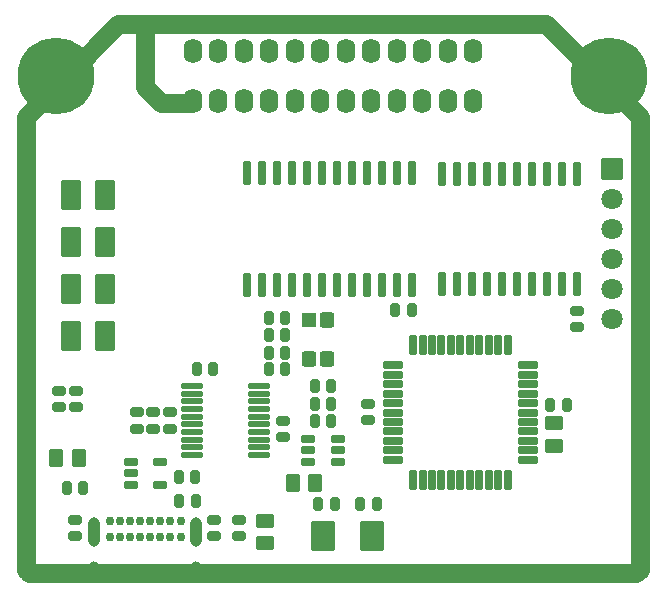
<source format=gts>
G04*
G04 #@! TF.GenerationSoftware,Altium Limited,Altium Designer,25.5.2 (35)*
G04*
G04 Layer_Color=8388736*
%FSLAX44Y44*%
%MOMM*%
G71*
G04*
G04 #@! TF.SameCoordinates,24B21415-5C40-4A56-A289-731DE7267D3C*
G04*
G04*
G04 #@! TF.FilePolarity,Negative*
G04*
G01*
G75*
G04:AMPARAMS|DCode=27|XSize=2mm|YSize=2.5mm|CornerRadius=0.0975mm|HoleSize=0mm|Usage=FLASHONLY|Rotation=0.000|XOffset=0mm|YOffset=0mm|HoleType=Round|Shape=RoundedRectangle|*
%AMROUNDEDRECTD27*
21,1,2.0000,2.3050,0,0,0.0*
21,1,1.8050,2.5000,0,0,0.0*
1,1,0.1950,0.9025,-1.1525*
1,1,0.1950,-0.9025,-1.1525*
1,1,0.1950,-0.9025,1.1525*
1,1,0.1950,0.9025,1.1525*
%
%ADD27ROUNDEDRECTD27*%
G04:AMPARAMS|DCode=28|XSize=0.87mm|YSize=1.14mm|CornerRadius=0.165mm|HoleSize=0mm|Usage=FLASHONLY|Rotation=0.000|XOffset=0mm|YOffset=0mm|HoleType=Round|Shape=RoundedRectangle|*
%AMROUNDEDRECTD28*
21,1,0.8700,0.8100,0,0,0.0*
21,1,0.5400,1.1400,0,0,0.0*
1,1,0.3300,0.2700,-0.4050*
1,1,0.3300,-0.2700,-0.4050*
1,1,0.3300,-0.2700,0.4050*
1,1,0.3300,0.2700,0.4050*
%
%ADD28ROUNDEDRECTD28*%
G04:AMPARAMS|DCode=29|XSize=1.55mm|YSize=1.2mm|CornerRadius=0.2063mm|HoleSize=0mm|Usage=FLASHONLY|Rotation=0.000|XOffset=0mm|YOffset=0mm|HoleType=Round|Shape=RoundedRectangle|*
%AMROUNDEDRECTD29*
21,1,1.5500,0.7875,0,0,0.0*
21,1,1.1375,1.2000,0,0,0.0*
1,1,0.4125,0.5688,-0.3938*
1,1,0.4125,-0.5688,-0.3938*
1,1,0.4125,-0.5688,0.3938*
1,1,0.4125,0.5688,0.3938*
%
%ADD29ROUNDEDRECTD29*%
G04:AMPARAMS|DCode=30|XSize=0.75mm|YSize=2mm|CornerRadius=0.15mm|HoleSize=0mm|Usage=FLASHONLY|Rotation=0.000|XOffset=0mm|YOffset=0mm|HoleType=Round|Shape=RoundedRectangle|*
%AMROUNDEDRECTD30*
21,1,0.7500,1.7000,0,0,0.0*
21,1,0.4500,2.0000,0,0,0.0*
1,1,0.3000,0.2250,-0.8500*
1,1,0.3000,-0.2250,-0.8500*
1,1,0.3000,-0.2250,0.8500*
1,1,0.3000,0.2250,0.8500*
%
%ADD30ROUNDEDRECTD30*%
G04:AMPARAMS|DCode=31|XSize=0.87mm|YSize=1.14mm|CornerRadius=0.165mm|HoleSize=0mm|Usage=FLASHONLY|Rotation=270.000|XOffset=0mm|YOffset=0mm|HoleType=Round|Shape=RoundedRectangle|*
%AMROUNDEDRECTD31*
21,1,0.8700,0.8100,0,0,270.0*
21,1,0.5400,1.1400,0,0,270.0*
1,1,0.3300,-0.4050,-0.2700*
1,1,0.3300,-0.4050,0.2700*
1,1,0.3300,0.4050,0.2700*
1,1,0.3300,0.4050,-0.2700*
%
%ADD31ROUNDEDRECTD31*%
G04:AMPARAMS|DCode=32|XSize=1.65mm|YSize=0.69mm|CornerRadius=0.1425mm|HoleSize=0mm|Usage=FLASHONLY|Rotation=180.000|XOffset=0mm|YOffset=0mm|HoleType=Round|Shape=RoundedRectangle|*
%AMROUNDEDRECTD32*
21,1,1.6500,0.4050,0,0,180.0*
21,1,1.3650,0.6900,0,0,180.0*
1,1,0.2850,-0.6825,0.2025*
1,1,0.2850,0.6825,0.2025*
1,1,0.2850,0.6825,-0.2025*
1,1,0.2850,-0.6825,-0.2025*
%
%ADD32ROUNDEDRECTD32*%
G04:AMPARAMS|DCode=33|XSize=1.3mm|YSize=1.2mm|CornerRadius=0.2063mm|HoleSize=0mm|Usage=FLASHONLY|Rotation=270.000|XOffset=0mm|YOffset=0mm|HoleType=Round|Shape=RoundedRectangle|*
%AMROUNDEDRECTD33*
21,1,1.3000,0.7875,0,0,270.0*
21,1,0.8875,1.2000,0,0,270.0*
1,1,0.4125,-0.3938,-0.4438*
1,1,0.4125,-0.3938,0.4438*
1,1,0.4125,0.3938,0.4438*
1,1,0.4125,0.3938,-0.4438*
%
%ADD33ROUNDEDRECTD33*%
G04:AMPARAMS|DCode=34|XSize=1.65mm|YSize=0.69mm|CornerRadius=0.1425mm|HoleSize=0mm|Usage=FLASHONLY|Rotation=270.000|XOffset=0mm|YOffset=0mm|HoleType=Round|Shape=RoundedRectangle|*
%AMROUNDEDRECTD34*
21,1,1.6500,0.4050,0,0,270.0*
21,1,1.3650,0.6900,0,0,270.0*
1,1,0.2850,-0.2025,-0.6825*
1,1,0.2850,-0.2025,0.6825*
1,1,0.2850,0.2025,0.6825*
1,1,0.2850,0.2025,-0.6825*
%
%ADD34ROUNDEDRECTD34*%
G04:AMPARAMS|DCode=35|XSize=1.85mm|YSize=0.5mm|CornerRadius=0.1188mm|HoleSize=0mm|Usage=FLASHONLY|Rotation=180.000|XOffset=0mm|YOffset=0mm|HoleType=Round|Shape=RoundedRectangle|*
%AMROUNDEDRECTD35*
21,1,1.8500,0.2625,0,0,180.0*
21,1,1.6125,0.5000,0,0,180.0*
1,1,0.2375,-0.8063,0.1313*
1,1,0.2375,0.8063,0.1313*
1,1,0.2375,0.8063,-0.1313*
1,1,0.2375,-0.8063,-0.1313*
%
%ADD35ROUNDEDRECTD35*%
G04:AMPARAMS|DCode=36|XSize=0.7mm|YSize=2.05mm|CornerRadius=0.1438mm|HoleSize=0mm|Usage=FLASHONLY|Rotation=0.000|XOffset=0mm|YOffset=0mm|HoleType=Round|Shape=RoundedRectangle|*
%AMROUNDEDRECTD36*
21,1,0.7000,1.7625,0,0,0.0*
21,1,0.4125,2.0500,0,0,0.0*
1,1,0.2875,0.2063,-0.8813*
1,1,0.2875,-0.2063,-0.8813*
1,1,0.2875,-0.2063,0.8813*
1,1,0.2875,0.2063,0.8813*
%
%ADD36ROUNDEDRECTD36*%
G04:AMPARAMS|DCode=37|XSize=1.2mm|YSize=0.7mm|CornerRadius=0.1438mm|HoleSize=0mm|Usage=FLASHONLY|Rotation=0.000|XOffset=0mm|YOffset=0mm|HoleType=Round|Shape=RoundedRectangle|*
%AMROUNDEDRECTD37*
21,1,1.2000,0.4125,0,0,0.0*
21,1,0.9125,0.7000,0,0,0.0*
1,1,0.2875,0.4563,-0.2063*
1,1,0.2875,-0.4563,-0.2063*
1,1,0.2875,-0.4563,0.2063*
1,1,0.2875,0.4563,0.2063*
%
%ADD37ROUNDEDRECTD37*%
G04:AMPARAMS|DCode=38|XSize=1.55mm|YSize=1.2mm|CornerRadius=0.2063mm|HoleSize=0mm|Usage=FLASHONLY|Rotation=90.000|XOffset=0mm|YOffset=0mm|HoleType=Round|Shape=RoundedRectangle|*
%AMROUNDEDRECTD38*
21,1,1.5500,0.7875,0,0,90.0*
21,1,1.1375,1.2000,0,0,90.0*
1,1,0.4125,0.3938,0.5688*
1,1,0.4125,0.3938,-0.5688*
1,1,0.4125,-0.3938,-0.5688*
1,1,0.4125,-0.3938,0.5688*
%
%ADD38ROUNDEDRECTD38*%
G04:AMPARAMS|DCode=39|XSize=1.15mm|YSize=0.65mm|CornerRadius=0.1188mm|HoleSize=0mm|Usage=FLASHONLY|Rotation=180.000|XOffset=0mm|YOffset=0mm|HoleType=Round|Shape=RoundedRectangle|*
%AMROUNDEDRECTD39*
21,1,1.1500,0.4125,0,0,180.0*
21,1,0.9125,0.6500,0,0,180.0*
1,1,0.2375,-0.4563,0.2063*
1,1,0.2375,0.4563,0.2063*
1,1,0.2375,0.4563,-0.2063*
1,1,0.2375,-0.4563,-0.2063*
%
%ADD39ROUNDEDRECTD39*%
%ADD40R,1.2000X1.3000*%
G04:AMPARAMS|DCode=41|XSize=1.7mm|YSize=2.5mm|CornerRadius=0.1mm|HoleSize=0mm|Usage=FLASHONLY|Rotation=0.000|XOffset=0mm|YOffset=0mm|HoleType=Round|Shape=RoundedRectangle|*
%AMROUNDEDRECTD41*
21,1,1.7000,2.3000,0,0,0.0*
21,1,1.5000,2.5000,0,0,0.0*
1,1,0.2000,0.7500,-1.1500*
1,1,0.2000,-0.7500,-1.1500*
1,1,0.2000,-0.7500,1.1500*
1,1,0.2000,0.7500,1.1500*
%
%ADD41ROUNDEDRECTD41*%
%ADD42C,1.6500*%
%ADD43C,6.5080*%
%ADD44O,1.6000X2.1000*%
G04:AMPARAMS|DCode=45|XSize=1mm|YSize=1.8mm|CornerRadius=0.5mm|HoleSize=0mm|Usage=FLASHONLY|Rotation=0.000|XOffset=0mm|YOffset=0mm|HoleType=Round|Shape=RoundedRectangle|*
%AMROUNDEDRECTD45*
21,1,1.0000,0.8000,0,0,0.0*
21,1,0.0000,1.8000,0,0,0.0*
1,1,1.0000,0.0000,-0.4000*
1,1,1.0000,0.0000,-0.4000*
1,1,1.0000,0.0000,0.4000*
1,1,1.0000,0.0000,0.4000*
%
%ADD45ROUNDEDRECTD45*%
G04:AMPARAMS|DCode=46|XSize=1mm|YSize=2.5mm|CornerRadius=0.5mm|HoleSize=0mm|Usage=FLASHONLY|Rotation=0.000|XOffset=0mm|YOffset=0mm|HoleType=Round|Shape=RoundedRectangle|*
%AMROUNDEDRECTD46*
21,1,1.0000,1.5000,0,0,0.0*
21,1,0.0000,2.5000,0,0,0.0*
1,1,1.0000,0.0000,-0.7500*
1,1,1.0000,0.0000,-0.7500*
1,1,1.0000,0.0000,0.7500*
1,1,1.0000,0.0000,0.7500*
%
%ADD46ROUNDEDRECTD46*%
%ADD47C,0.7500*%
%ADD48C,1.8000*%
G04:AMPARAMS|DCode=49|XSize=1.8mm|YSize=1.8mm|CornerRadius=0.1mm|HoleSize=0mm|Usage=FLASHONLY|Rotation=270.000|XOffset=0mm|YOffset=0mm|HoleType=Round|Shape=RoundedRectangle|*
%AMROUNDEDRECTD49*
21,1,1.8000,1.6000,0,0,270.0*
21,1,1.6000,1.8000,0,0,270.0*
1,1,0.2000,-0.8000,-0.8000*
1,1,0.2000,-0.8000,0.8000*
1,1,0.2000,0.8000,0.8000*
1,1,0.2000,0.8000,-0.8000*
%
%ADD49ROUNDEDRECTD49*%
D27*
X240020Y-288960D02*
D03*
X199020D02*
D03*
D28*
X90900Y-239000D02*
D03*
X77100D02*
D03*
X260050Y-97840D02*
D03*
X405150Y-177750D02*
D03*
X244200Y-262290D02*
D03*
X194840Y-262290D02*
D03*
X152850Y-119250D02*
D03*
X92100Y-147750D02*
D03*
X91150Y-259750D02*
D03*
X-4350Y-248250D02*
D03*
X-18150D02*
D03*
X166650Y-133750D02*
D03*
X152850D02*
D03*
X205900Y-162250D02*
D03*
X192100D02*
D03*
X152862Y-104750D02*
D03*
X166662D02*
D03*
X152850Y-147750D02*
D03*
X166650D02*
D03*
X192100Y-191500D02*
D03*
X205900D02*
D03*
X105900Y-147750D02*
D03*
X166650Y-119250D02*
D03*
X273850Y-97840D02*
D03*
X77350Y-259750D02*
D03*
X205900Y-177000D02*
D03*
X192100D02*
D03*
X391350Y-177750D02*
D03*
X230400Y-262290D02*
D03*
X208640Y-262290D02*
D03*
D29*
X394500Y-212750D02*
D03*
X149750Y-295000D02*
D03*
X394500Y-193750D02*
D03*
X149750Y-276000D02*
D03*
D30*
X299970Y17490D02*
D03*
X414270D02*
D03*
X401570D02*
D03*
X388870D02*
D03*
X376170D02*
D03*
X363470D02*
D03*
X350770D02*
D03*
X338070D02*
D03*
X325370D02*
D03*
X312670D02*
D03*
X414270Y-76010D02*
D03*
X401570D02*
D03*
X388870D02*
D03*
X376170D02*
D03*
X363470D02*
D03*
X350770D02*
D03*
X338070D02*
D03*
X325370D02*
D03*
X312670D02*
D03*
X299970D02*
D03*
D31*
X414270Y-112360D02*
D03*
X237000Y-191150D02*
D03*
X165000Y-191850D02*
D03*
X69250Y-198150D02*
D03*
X106750Y-275350D02*
D03*
X-11000Y-289150D02*
D03*
X127500Y-275350D02*
D03*
X127500Y-289250D02*
D03*
X41750Y-184350D02*
D03*
Y-198150D02*
D03*
X55250Y-184350D02*
D03*
Y-198150D02*
D03*
X106750Y-289150D02*
D03*
X-11000Y-275350D02*
D03*
X-24750Y-166350D02*
D03*
Y-180150D02*
D03*
X-10250Y-166350D02*
D03*
Y-180150D02*
D03*
X165000Y-205650D02*
D03*
X69250Y-184350D02*
D03*
X414270Y-98560D02*
D03*
X237000Y-177350D02*
D03*
D32*
X372214Y-184528D02*
D03*
X258214Y-192528D02*
D03*
X258214Y-216528D02*
D03*
X372214Y-224528D02*
D03*
Y-216528D02*
D03*
Y-208528D02*
D03*
Y-200528D02*
D03*
Y-192528D02*
D03*
Y-176528D02*
D03*
Y-168528D02*
D03*
Y-160528D02*
D03*
Y-152528D02*
D03*
Y-144528D02*
D03*
X258214D02*
D03*
Y-152528D02*
D03*
Y-160528D02*
D03*
Y-168528D02*
D03*
Y-176528D02*
D03*
Y-184528D02*
D03*
Y-200528D02*
D03*
Y-208528D02*
D03*
Y-224528D02*
D03*
D33*
X202500Y-106000D02*
D03*
X187000Y-139500D02*
D03*
X202500D02*
D03*
D34*
X299214Y-241528D02*
D03*
X291214D02*
D03*
X283214D02*
D03*
X355214Y-127528D02*
D03*
X347214D02*
D03*
X339214D02*
D03*
X331214D02*
D03*
X323214D02*
D03*
X315214D02*
D03*
X307214D02*
D03*
X299214D02*
D03*
X291214D02*
D03*
X283214D02*
D03*
X275214D02*
D03*
Y-241528D02*
D03*
X307214D02*
D03*
X315214D02*
D03*
X323214D02*
D03*
X331214D02*
D03*
X339214D02*
D03*
X347214D02*
D03*
X355214D02*
D03*
D35*
X145094Y-187948D02*
D03*
X88094Y-194448D02*
D03*
X145094Y-220448D02*
D03*
Y-213948D02*
D03*
Y-207448D02*
D03*
X145094Y-200948D02*
D03*
Y-194448D02*
D03*
X145094Y-181448D02*
D03*
X145094Y-174948D02*
D03*
Y-168448D02*
D03*
X145094Y-161948D02*
D03*
X88094D02*
D03*
Y-168448D02*
D03*
Y-174948D02*
D03*
Y-181448D02*
D03*
X88094Y-187948D02*
D03*
X88094Y-200948D02*
D03*
X88094Y-207448D02*
D03*
Y-213948D02*
D03*
X88094Y-220448D02*
D03*
D36*
X134870Y18240D02*
D03*
Y-76760D02*
D03*
X147570D02*
D03*
X160270D02*
D03*
X172970D02*
D03*
X185670D02*
D03*
X198370D02*
D03*
X211070D02*
D03*
X223770D02*
D03*
X236470D02*
D03*
X249170D02*
D03*
X261870D02*
D03*
X274570D02*
D03*
X147570Y18240D02*
D03*
X160270D02*
D03*
X172970D02*
D03*
X185670D02*
D03*
X198370D02*
D03*
X211070D02*
D03*
X223770D02*
D03*
X236470D02*
D03*
X249170D02*
D03*
X261870D02*
D03*
X274570D02*
D03*
D37*
X36000Y-236000D02*
D03*
X61000Y-226500D02*
D03*
Y-245500D02*
D03*
X36000D02*
D03*
Y-226500D02*
D03*
D38*
X-7826Y-223409D02*
D03*
X192500Y-244250D02*
D03*
X173500D02*
D03*
X-26826Y-223409D02*
D03*
D39*
X211500Y-226000D02*
D03*
Y-216500D02*
D03*
X211500Y-207000D02*
D03*
X186500Y-207000D02*
D03*
Y-216500D02*
D03*
X186500Y-226000D02*
D03*
D40*
X187000Y-106000D02*
D03*
D41*
X14250Y0D02*
D03*
X-14250D02*
D03*
X14250Y-40000D02*
D03*
X-14250D02*
D03*
X14250Y-120000D02*
D03*
X-14250D02*
D03*
X14250Y-80000D02*
D03*
X-14250D02*
D03*
D42*
X467091Y-45000D02*
Y-20000D01*
Y-70000D02*
Y-45000D01*
Y-95000D02*
Y-70000D01*
Y5000D02*
Y30000D01*
Y-20000D02*
Y5000D01*
Y30000D02*
Y65575D01*
Y-270000D02*
Y-245000D01*
Y-295000D02*
Y-270000D01*
Y-145000D02*
Y-120000D01*
Y-170000D02*
Y-145000D01*
Y-120000D02*
Y-95000D01*
Y-220000D02*
Y-195000D01*
Y-245000D02*
Y-220000D01*
Y-195000D02*
Y-170000D01*
Y-317471D02*
Y-295000D01*
X282092Y-320409D02*
X307500D01*
X407500D02*
X432500D01*
X464091D01*
X382500D02*
X407500D01*
X307500D02*
X332500D01*
X357500D02*
X382500D01*
X332500D02*
X357500D01*
X257092Y-320409D02*
X282092Y-320409D01*
X182500Y-320409D02*
X207500D01*
X157500D02*
X182500D01*
X107092Y-320409D02*
X132092D01*
X91760Y-320409D02*
X107092D01*
X132092D02*
X157500D01*
X232500D02*
X257092D01*
X207500D02*
X232500D01*
X-27209Y99872D02*
X-19092D01*
X-52909Y30000D02*
Y55000D01*
Y66055D01*
Y-20000D02*
Y5000D01*
Y-45000D02*
Y-20000D01*
Y5000D02*
Y30000D01*
Y-70000D02*
Y-45000D01*
Y-95000D02*
Y-70000D01*
Y-145000D02*
Y-120000D01*
Y-95000D01*
X4852Y-320409D02*
X32092Y-320409D01*
X57500D02*
X82500D01*
X91760D01*
X32092D02*
X57500D01*
X-50000Y-320409D02*
X-42500D01*
X-17500D02*
X4852D01*
X-42500D02*
X-17500D01*
X-52909Y-195000D02*
Y-170000D01*
Y-145000D01*
Y-245408D02*
Y-220408D01*
Y-195000D01*
Y-295000D02*
Y-270000D01*
Y-245408D01*
Y-317500D02*
Y-295000D01*
X-50409Y-320409D02*
X-50000D01*
X-52909Y-317908D02*
Y-317500D01*
X440913Y91754D02*
X467091Y65575D01*
X-52909Y66055D02*
X-27209Y91754D01*
Y99872D01*
X440913Y91754D02*
Y99872D01*
X432795D02*
X440913D01*
X48341Y91341D02*
X62091Y77592D01*
X87289D01*
X88106Y78408D01*
X388075Y144592D02*
X432795Y99872D01*
X-19092D02*
X25628Y144592D01*
X48341D02*
X388075D01*
X48341Y91341D02*
Y144592D01*
X25628D02*
X48341D01*
D43*
X441321Y100280D02*
D03*
X-26801D02*
D03*
D44*
X326005Y78817D02*
D03*
X304415D02*
D03*
X282825D02*
D03*
X261235D02*
D03*
X239645D02*
D03*
X218055D02*
D03*
X196465D02*
D03*
X174875D02*
D03*
X153285D02*
D03*
X131695D02*
D03*
X110105D02*
D03*
X88515D02*
D03*
X326005Y121743D02*
D03*
X304415D02*
D03*
X282825D02*
D03*
X261235D02*
D03*
X239645D02*
D03*
X218055D02*
D03*
X196465D02*
D03*
X174875D02*
D03*
X153285D02*
D03*
X131695D02*
D03*
X110105D02*
D03*
X88515D02*
D03*
D45*
X5260Y-319670D02*
D03*
X91760D02*
D03*
D46*
X5260Y-285870D02*
D03*
X91760D02*
D03*
D47*
X18760Y-276070D02*
D03*
X27260D02*
D03*
X35760D02*
D03*
X44260D02*
D03*
X52760D02*
D03*
X61260D02*
D03*
X69760D02*
D03*
X78260D02*
D03*
Y-289570D02*
D03*
X69760D02*
D03*
X61260D02*
D03*
X52760D02*
D03*
X44260D02*
D03*
X35760D02*
D03*
X27260D02*
D03*
X18760D02*
D03*
D48*
X443250Y-28750D02*
D03*
X443250Y-104950D02*
D03*
Y-79550D02*
D03*
X443250Y-54150D02*
D03*
X443250Y-3350D02*
D03*
D49*
Y22050D02*
D03*
M02*

</source>
